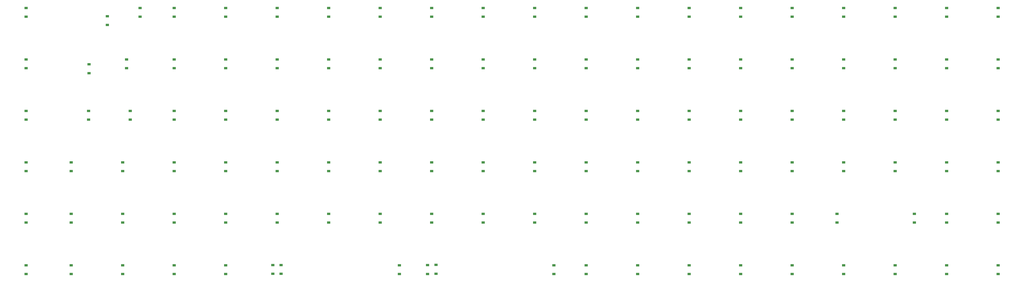
<source format=gbr>
G04 EAGLE Gerber RS-274X export*
G75*
%MOMM*%
%FSLAX34Y34*%
%LPD*%
%INSolderpaste Bottom*%
%IPPOS*%
%AMOC8*
5,1,8,0,0,1.08239X$1,22.5*%
G01*
%ADD10R,1.220000X0.910000*%


D10*
X119063Y1079025D03*
X119063Y1111725D03*
X419498Y1048620D03*
X419498Y1081320D03*
X541250Y1079025D03*
X541250Y1111725D03*
X666750Y1079025D03*
X666750Y1111725D03*
X857250Y1079025D03*
X857250Y1111725D03*
X1047750Y1079025D03*
X1047750Y1111725D03*
X1238250Y1079025D03*
X1238250Y1111725D03*
X1428750Y1079025D03*
X1428750Y1111725D03*
X1619250Y1079025D03*
X1619250Y1111725D03*
X1809750Y1079025D03*
X1809750Y1111725D03*
X2000250Y1079025D03*
X2000250Y1111725D03*
X2190750Y1079025D03*
X2190750Y1111725D03*
X2381250Y1079025D03*
X2381250Y1111725D03*
X2571750Y1079025D03*
X2571750Y1111725D03*
X2762250Y1079025D03*
X2762250Y1111725D03*
X2952750Y1079025D03*
X2952750Y1111725D03*
X3143250Y1079025D03*
X3143250Y1111725D03*
X3333750Y1079025D03*
X3333750Y1111725D03*
X3524250Y1079025D03*
X3524250Y1111725D03*
X3714750Y1079025D03*
X3714750Y1111725D03*
X119063Y888525D03*
X119063Y921225D03*
X351723Y870023D03*
X351723Y902723D03*
X491250Y888525D03*
X491250Y921225D03*
X666750Y888525D03*
X666750Y921225D03*
X857250Y888525D03*
X857250Y921225D03*
X1047750Y888525D03*
X1047750Y921225D03*
X1238250Y888525D03*
X1238250Y921225D03*
X1428750Y888525D03*
X1428750Y921225D03*
X1619250Y888525D03*
X1619250Y921225D03*
X1809750Y888525D03*
X1809750Y921225D03*
X2000250Y888525D03*
X2000250Y921225D03*
X2190750Y888525D03*
X2190750Y921225D03*
X2381250Y888525D03*
X2381250Y921225D03*
X2571750Y888525D03*
X2571750Y921225D03*
X2762250Y888525D03*
X2762250Y921225D03*
X2952750Y888525D03*
X2952750Y921225D03*
X3143250Y888525D03*
X3143250Y921225D03*
X3333750Y888525D03*
X3333750Y921225D03*
X3524250Y888525D03*
X3524250Y921225D03*
X3714750Y888525D03*
X3714750Y921225D03*
X119063Y698025D03*
X119063Y730725D03*
X350750Y698025D03*
X350750Y730725D03*
X504851Y698025D03*
X504851Y730725D03*
X666750Y698025D03*
X666750Y730725D03*
X857250Y698025D03*
X857250Y730725D03*
X1047750Y698025D03*
X1047750Y730725D03*
X1238250Y698025D03*
X1238250Y730725D03*
X1428750Y698025D03*
X1428750Y730725D03*
X1619250Y698025D03*
X1619250Y730725D03*
X1809750Y698025D03*
X1809750Y730725D03*
X2000250Y698025D03*
X2000250Y730725D03*
X2190750Y698025D03*
X2190750Y730725D03*
X2381250Y698025D03*
X2381250Y730725D03*
X2571750Y698025D03*
X2571750Y730725D03*
X2762250Y698025D03*
X2762250Y730725D03*
X2952750Y698025D03*
X2952750Y730725D03*
X3143250Y698025D03*
X3143250Y730725D03*
X3333750Y698025D03*
X3333750Y730725D03*
X3524250Y698025D03*
X3524250Y730725D03*
X3714750Y698025D03*
X3714750Y730725D03*
X119063Y507525D03*
X119063Y540225D03*
X285750Y507525D03*
X285750Y540225D03*
X476250Y507525D03*
X476250Y540225D03*
X666750Y507525D03*
X666750Y540225D03*
X857250Y507525D03*
X857250Y540225D03*
X1047750Y507525D03*
X1047750Y540225D03*
X1238250Y507525D03*
X1238250Y540225D03*
X1428750Y507525D03*
X1428750Y540225D03*
X1619250Y507525D03*
X1619250Y540225D03*
X1809750Y507525D03*
X1809750Y540225D03*
X2000250Y507525D03*
X2000250Y540225D03*
X2190750Y507525D03*
X2190750Y540225D03*
X2381250Y507525D03*
X2381250Y540225D03*
X2571750Y507525D03*
X2571750Y540225D03*
X2762250Y507525D03*
X2762250Y540225D03*
X2952750Y507525D03*
X2952750Y540225D03*
X3143250Y507525D03*
X3143250Y540225D03*
X3333750Y507525D03*
X3333750Y540225D03*
X3524250Y507525D03*
X3524250Y540225D03*
X3714750Y507525D03*
X3714750Y540225D03*
X119063Y317025D03*
X119063Y349725D03*
X285750Y317025D03*
X285750Y349725D03*
X476250Y317025D03*
X476250Y349725D03*
X666750Y317025D03*
X666750Y349725D03*
X857250Y317025D03*
X857250Y349725D03*
X1047750Y317025D03*
X1047750Y349725D03*
X1238250Y317025D03*
X1238250Y349725D03*
X1428750Y317025D03*
X1428750Y349725D03*
X1619250Y317025D03*
X1619250Y349725D03*
X1809750Y317025D03*
X1809750Y349725D03*
X2000250Y317025D03*
X2000250Y349725D03*
X2190750Y317025D03*
X2190750Y349725D03*
X2381250Y317025D03*
X2381250Y349725D03*
X2571750Y317025D03*
X2571750Y349725D03*
X2762250Y317025D03*
X2762250Y349725D03*
X2952750Y317025D03*
X2952750Y349725D03*
X3119438Y317025D03*
X3119438Y349725D03*
X3405188Y317025D03*
X3405188Y349725D03*
X3524250Y317025D03*
X3524250Y349725D03*
X3714750Y317025D03*
X3714750Y349725D03*
X119063Y126525D03*
X119063Y159225D03*
X285750Y126525D03*
X285750Y159225D03*
X476250Y126525D03*
X476250Y159225D03*
X666750Y126525D03*
X666750Y159225D03*
X857250Y126525D03*
X857250Y159225D03*
X1062650Y127221D03*
X1062650Y159921D03*
X1031657Y127288D03*
X1031657Y159988D03*
X1500188Y126525D03*
X1500188Y159225D03*
X1635343Y127587D03*
X1635343Y160287D03*
X1604654Y127124D03*
X1604654Y159824D03*
X2071688Y126525D03*
X2071688Y159225D03*
X2190750Y126525D03*
X2190750Y159225D03*
X2381250Y126525D03*
X2381250Y159225D03*
X2571750Y126525D03*
X2571750Y159225D03*
X2762250Y126525D03*
X2762250Y159225D03*
X2952750Y126525D03*
X2952750Y159225D03*
X3143250Y126525D03*
X3143250Y159225D03*
X3333750Y126525D03*
X3333750Y159225D03*
X3524250Y126525D03*
X3524250Y159225D03*
X3714750Y126525D03*
X3714750Y159225D03*
M02*

</source>
